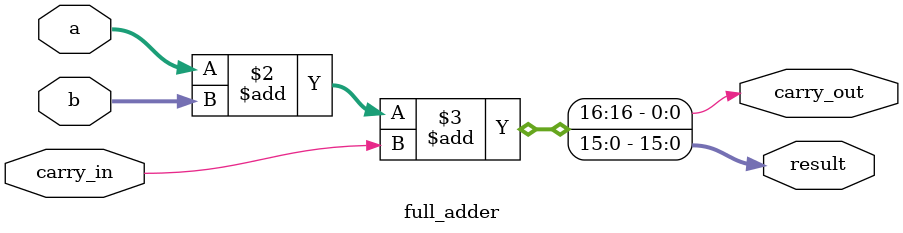
<source format=v>
module full_adder 
(
    input signed [15:0] a,
    input signed [15:0] b,
    input carry_in,
    output reg carry_out,
    output reg signed [15:0] result
);

    always @(a or b or carry_in) 
    begin
        {carry_out, result} = a + b + carry_in;
    end
endmodule
</source>
